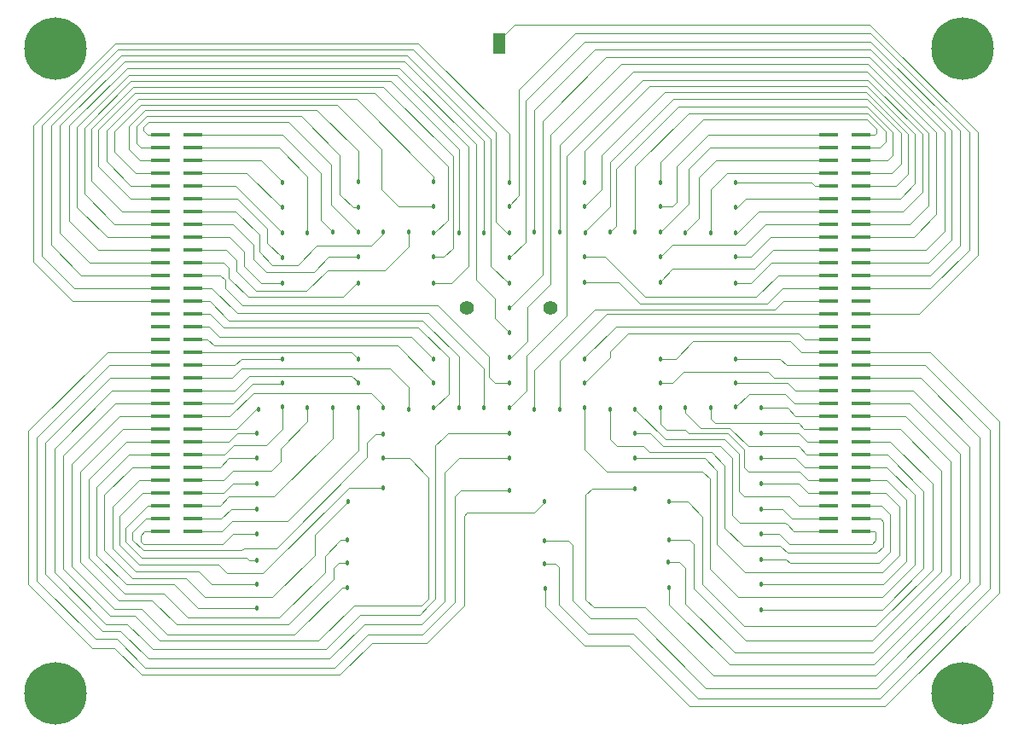
<source format=gbr>
G04 #@! TF.GenerationSoftware,KiCad,Pcbnew,6.0.2-378541a8eb~116~ubuntu21.10.1*
G04 #@! TF.CreationDate,2022-03-11T10:43:46-08:00*
G04 #@! TF.ProjectId,PD_ElectrodeBoard_v7,50445f45-6c65-4637-9472-6f6465426f61,6.2*
G04 #@! TF.SameCoordinates,Original*
G04 #@! TF.FileFunction,Copper,L2,Bot*
G04 #@! TF.FilePolarity,Positive*
%FSLAX46Y46*%
G04 Gerber Fmt 4.6, Leading zero omitted, Abs format (unit mm)*
G04 Created by KiCad (PCBNEW 6.0.2-378541a8eb~116~ubuntu21.10.1) date 2022-03-11 10:43:46*
%MOMM*%
%LPD*%
G01*
G04 APERTURE LIST*
G04 #@! TA.AperFunction,ComponentPad*
%ADD10C,6.200000*%
G04 #@! TD*
G04 #@! TA.AperFunction,SMDPad,CuDef*
%ADD11R,1.854200X0.457200*%
G04 #@! TD*
G04 #@! TA.AperFunction,SMDPad,CuDef*
%ADD12R,1.200000X2.000000*%
G04 #@! TD*
G04 #@! TA.AperFunction,ViaPad*
%ADD13C,0.457200*%
G04 #@! TD*
G04 #@! TA.AperFunction,ViaPad*
%ADD14C,1.400000*%
G04 #@! TD*
G04 #@! TA.AperFunction,Conductor*
%ADD15C,0.105000*%
G04 #@! TD*
G04 APERTURE END LIST*
D10*
X155000000Y-58750000D03*
X245000000Y-58750000D03*
X155000000Y-122750000D03*
X245000000Y-122750000D03*
D11*
X231712500Y-106685000D03*
X234887500Y-106685000D03*
X231712500Y-105415000D03*
X234887500Y-105415000D03*
X231712500Y-104145000D03*
X234887500Y-104145000D03*
X231712500Y-102875000D03*
X234887500Y-102875000D03*
X231712500Y-101605000D03*
X234887500Y-101605000D03*
X231712500Y-100335000D03*
X234887500Y-100335000D03*
X231712500Y-99065000D03*
X234887500Y-99065000D03*
X231712500Y-97795000D03*
X234887500Y-97795000D03*
X231712500Y-96525000D03*
X234887500Y-96525000D03*
X231712500Y-95255000D03*
X234887500Y-95255000D03*
X231712500Y-93985000D03*
X234887500Y-93985000D03*
X231712500Y-92715000D03*
X234887500Y-92715000D03*
X231712500Y-91445000D03*
X234887500Y-91445000D03*
X231712500Y-90175000D03*
X234887500Y-90175000D03*
X231712500Y-88905000D03*
X234887500Y-88905000D03*
X231712500Y-87635000D03*
X234887500Y-87635000D03*
X231712500Y-86365000D03*
X234887500Y-86365000D03*
X231712500Y-85095000D03*
X234887500Y-85095000D03*
X231712500Y-83825000D03*
X234887500Y-83825000D03*
X231712500Y-82555000D03*
X234887500Y-82555000D03*
X231712500Y-81285000D03*
X234887500Y-81285000D03*
X231712500Y-80015000D03*
X234887500Y-80015000D03*
X231712500Y-78745000D03*
X234887500Y-78745000D03*
X231712500Y-77475000D03*
X234887500Y-77475000D03*
X231712500Y-76205000D03*
X234887500Y-76205000D03*
X231712500Y-74935000D03*
X234887500Y-74935000D03*
X231712500Y-73665000D03*
X234887500Y-73665000D03*
X231712500Y-72395000D03*
X234887500Y-72395000D03*
X231712500Y-71125000D03*
X234887500Y-71125000D03*
X231712500Y-69855000D03*
X234887500Y-69855000D03*
X231712500Y-68585000D03*
X234887500Y-68585000D03*
X231712500Y-67315000D03*
X234887500Y-67315000D03*
X165412500Y-106685000D03*
X168587500Y-106685000D03*
X165412500Y-105415000D03*
X168587500Y-105415000D03*
X165412500Y-104145000D03*
X168587500Y-104145000D03*
X165412500Y-102875000D03*
X168587500Y-102875000D03*
X165412500Y-101605000D03*
X168587500Y-101605000D03*
X165412500Y-100335000D03*
X168587500Y-100335000D03*
X165412500Y-99065000D03*
X168587500Y-99065000D03*
X165412500Y-97795000D03*
X168587500Y-97795000D03*
X165412500Y-96525000D03*
X168587500Y-96525000D03*
X165412500Y-95255000D03*
X168587500Y-95255000D03*
X165412500Y-93985000D03*
X168587500Y-93985000D03*
X165412500Y-92715000D03*
X168587500Y-92715000D03*
X165412500Y-91445000D03*
X168587500Y-91445000D03*
X165412500Y-90175000D03*
X168587500Y-90175000D03*
X165412500Y-88905000D03*
X168587500Y-88905000D03*
X165412500Y-87635000D03*
X168587500Y-87635000D03*
X165412500Y-86365000D03*
X168587500Y-86365000D03*
X165412500Y-85095000D03*
X168587500Y-85095000D03*
X165412500Y-83825000D03*
X168587500Y-83825000D03*
X165412500Y-82555000D03*
X168587500Y-82555000D03*
X165412500Y-81285000D03*
X168587500Y-81285000D03*
X165412500Y-80015000D03*
X168587500Y-80015000D03*
X165412500Y-78745000D03*
X168587500Y-78745000D03*
X165412500Y-77475000D03*
X168587500Y-77475000D03*
X165412500Y-76205000D03*
X168587500Y-76205000D03*
X165412500Y-74935000D03*
X168587500Y-74935000D03*
X165412500Y-73665000D03*
X168587500Y-73665000D03*
X165412500Y-72395000D03*
X168587500Y-72395000D03*
X165412500Y-71125000D03*
X168587500Y-71125000D03*
X165412500Y-69855000D03*
X168587500Y-69855000D03*
X165412500Y-68585000D03*
X168587500Y-68585000D03*
X165412500Y-67315000D03*
X168587500Y-67315000D03*
D12*
X199000000Y-58250000D03*
D13*
X200000000Y-86950000D03*
D14*
X195800000Y-84550000D03*
X204100000Y-84550000D03*
D13*
X192500000Y-94450000D03*
X195000000Y-94450000D03*
X197500000Y-94450000D03*
X200000000Y-91950000D03*
X225000000Y-106950000D03*
X212500000Y-96950000D03*
X210000000Y-94550000D03*
X225000000Y-104450000D03*
X225000000Y-109450000D03*
X212500000Y-94550000D03*
X212500000Y-99450000D03*
X225000000Y-101950000D03*
X225000000Y-111950000D03*
X215000000Y-94450000D03*
X207500000Y-94450000D03*
X225000000Y-99450000D03*
X225000000Y-114450000D03*
X217500000Y-94450000D03*
X215900000Y-103750000D03*
X225000000Y-96950000D03*
X215900000Y-107550000D03*
X220000000Y-94450000D03*
X215800000Y-109750000D03*
X225000000Y-94450000D03*
X215900000Y-112250000D03*
X222500000Y-94350000D03*
X212500000Y-102450000D03*
X222500000Y-91950000D03*
X203500000Y-107650000D03*
X215000000Y-91950000D03*
X203500000Y-109950000D03*
X222500000Y-89550000D03*
X203600000Y-112350000D03*
X215000000Y-89550000D03*
X207500000Y-91950000D03*
X207500000Y-89550000D03*
X205000000Y-94550000D03*
X202500000Y-94550000D03*
X200000000Y-74450000D03*
X207500000Y-81950000D03*
X200000000Y-79550000D03*
X207500000Y-79450000D03*
X202500000Y-76950000D03*
X222500000Y-82050000D03*
X200000000Y-84550000D03*
X215000000Y-81950000D03*
X200000000Y-89450000D03*
X222500000Y-79450000D03*
X205000000Y-76950000D03*
X215000000Y-79450000D03*
X200000000Y-94450000D03*
X222500000Y-77050000D03*
X207500000Y-72050000D03*
X222500000Y-74550000D03*
X207500000Y-74450000D03*
X222500000Y-72050000D03*
X207600000Y-77050000D03*
X220000000Y-77050000D03*
X210000000Y-76950000D03*
X217500000Y-77050000D03*
X212500000Y-76950000D03*
X215000000Y-76950000D03*
X215000000Y-72050000D03*
X215000000Y-74450000D03*
X185000000Y-94450000D03*
X175000000Y-106950000D03*
X175000000Y-104450000D03*
X187500000Y-97050000D03*
X182500000Y-94450000D03*
X175000000Y-109550000D03*
X175000000Y-101950000D03*
X187500000Y-102350000D03*
X180000000Y-94450000D03*
X175000000Y-111950000D03*
X175000000Y-99450000D03*
X184000000Y-103750000D03*
X177500000Y-94350000D03*
X175000000Y-114350000D03*
X175000000Y-96950000D03*
X183900000Y-107550000D03*
X175100000Y-94550000D03*
X183900000Y-109850000D03*
X187500000Y-94450000D03*
X183900000Y-112250000D03*
X177500000Y-91950000D03*
X187500000Y-99450000D03*
X185000000Y-91950000D03*
X200000000Y-96950000D03*
X190000000Y-94550000D03*
X200000000Y-99450000D03*
X177500000Y-89550000D03*
X200000000Y-102650000D03*
X185000000Y-89550000D03*
X203500000Y-103750000D03*
X192500000Y-91950000D03*
X192500000Y-89550000D03*
X200000000Y-72050000D03*
X200000000Y-77050000D03*
X200000000Y-82050000D03*
X185000000Y-82050000D03*
X197500000Y-77050000D03*
X190000000Y-76950000D03*
X177500000Y-82050000D03*
X192500000Y-82050000D03*
X185000000Y-79450000D03*
X195000000Y-77050000D03*
X187500000Y-76950000D03*
X192500000Y-79450000D03*
X177500000Y-79550000D03*
X192500000Y-77050000D03*
X177500000Y-77050000D03*
X192500000Y-71950000D03*
X177500000Y-74550000D03*
X192500000Y-74450000D03*
X177500000Y-72050000D03*
X185000000Y-71950000D03*
X180000000Y-77050000D03*
X185000000Y-74550000D03*
X182500000Y-76950000D03*
X185000000Y-76950000D03*
D15*
X234887500Y-77475000D02*
X240135000Y-77475000D01*
X240135000Y-77475000D02*
X242380000Y-75230000D01*
X242380000Y-75230000D02*
X242380000Y-67080000D01*
X242380000Y-67080000D02*
X235625000Y-60325000D01*
X235625000Y-60325000D02*
X211125000Y-60325000D01*
X211125000Y-60325000D02*
X204100000Y-67350000D01*
X204100000Y-67350000D02*
X204100000Y-82150000D01*
X204100000Y-82150000D02*
X201800000Y-84450000D01*
X201800000Y-84450000D02*
X201800000Y-87850000D01*
X201800000Y-87850000D02*
X200200000Y-89450000D01*
X200200000Y-89450000D02*
X200000000Y-89450000D01*
X165412500Y-78745000D02*
X159195000Y-78745000D01*
X159195000Y-78745000D02*
X156330000Y-75880000D01*
X156330000Y-66420000D02*
X162070000Y-60680000D01*
X156330000Y-75880000D02*
X156330000Y-66420000D01*
X162070000Y-60680000D02*
X189126306Y-60680000D01*
X189126306Y-60680000D02*
X196700000Y-68253694D01*
X196700000Y-68253694D02*
X196700000Y-81700000D01*
X196700000Y-81700000D02*
X198600000Y-83600000D01*
X198600000Y-83600000D02*
X198600000Y-85550000D01*
X198600000Y-85550000D02*
X200000000Y-86950000D01*
X191000000Y-86450000D02*
X194000000Y-89450000D01*
X192600000Y-94450000D02*
X192500000Y-94450000D01*
X171700000Y-86450000D02*
X191000000Y-86450000D01*
X194000000Y-93050000D02*
X192600000Y-94450000D01*
X194000000Y-89450000D02*
X194000000Y-93050000D01*
X168587500Y-85095000D02*
X170345000Y-85095000D01*
X170345000Y-85095000D02*
X171700000Y-86450000D01*
X195000000Y-89350000D02*
X195000000Y-94450000D01*
X168587500Y-83825000D02*
X170275000Y-83825000D01*
X172200000Y-85750000D02*
X191400000Y-85750000D01*
X170275000Y-83825000D02*
X172200000Y-85750000D01*
X191400000Y-85750000D02*
X195000000Y-89350000D01*
X168587500Y-82555000D02*
X170505000Y-82555000D01*
X197500000Y-90550000D02*
X197500000Y-94450000D01*
X170505000Y-82555000D02*
X173000000Y-85050000D01*
X173000000Y-85050000D02*
X192000000Y-85050000D01*
X192000000Y-85050000D02*
X197500000Y-90550000D01*
X198600000Y-91950000D02*
X200000000Y-91950000D01*
X171335000Y-81285000D02*
X171800000Y-81750000D01*
X168587500Y-81285000D02*
X171335000Y-81285000D01*
X198000000Y-89350000D02*
X198000000Y-91350000D01*
X171800000Y-82550000D02*
X173500000Y-84250000D01*
X173500000Y-84250000D02*
X192900000Y-84250000D01*
X171800000Y-81750000D02*
X171800000Y-82550000D01*
X198000000Y-91350000D02*
X198600000Y-91950000D01*
X192900000Y-84250000D02*
X198000000Y-89350000D01*
X236380000Y-106780000D02*
X236380000Y-107580000D01*
X226800000Y-106950000D02*
X225000000Y-106950000D01*
X236380000Y-107580000D02*
X235980000Y-107980000D01*
X235980000Y-107980000D02*
X227830000Y-107980000D01*
X227830000Y-107980000D02*
X226800000Y-106950000D01*
X236285000Y-106685000D02*
X236380000Y-106780000D01*
X234887500Y-106685000D02*
X236285000Y-106685000D01*
X227400000Y-105850000D02*
X224600000Y-105850000D01*
X220900000Y-98250000D02*
X215300000Y-98250000D01*
X222100000Y-99450000D02*
X220900000Y-98250000D01*
X228235000Y-106685000D02*
X227600000Y-106050000D01*
X224600000Y-105850000D02*
X222900000Y-105850000D01*
X214000000Y-96950000D02*
X212500000Y-96950000D01*
X215300000Y-98250000D02*
X214000000Y-96950000D01*
X231712500Y-106685000D02*
X228235000Y-106685000D01*
X222100000Y-105050000D02*
X222100000Y-99450000D01*
X227600000Y-106050000D02*
X227400000Y-105850000D01*
X222900000Y-105850000D02*
X222100000Y-105050000D01*
X226900000Y-108150000D02*
X223200000Y-108150000D01*
X237130000Y-105730000D02*
X237130000Y-108180000D01*
X210000000Y-97550000D02*
X210000000Y-94550000D01*
X213900000Y-98850000D02*
X213300000Y-98250000D01*
X210700000Y-98250000D02*
X210000000Y-97550000D01*
X221400000Y-106350000D02*
X221400000Y-100150000D01*
X220100000Y-98850000D02*
X213900000Y-98850000D01*
X213300000Y-98250000D02*
X210700000Y-98250000D01*
X223200000Y-108150000D02*
X221400000Y-106350000D01*
X236815000Y-105415000D02*
X237130000Y-105730000D01*
X234887500Y-105415000D02*
X236815000Y-105415000D01*
X237130000Y-108180000D02*
X236460000Y-108850000D01*
X236460000Y-108850000D02*
X227600000Y-108850000D01*
X221400000Y-100150000D02*
X220100000Y-98850000D01*
X227600000Y-108850000D02*
X226900000Y-108150000D01*
X227100000Y-104450000D02*
X225000000Y-104450000D01*
X231712500Y-105415000D02*
X228065000Y-105415000D01*
X228065000Y-105415000D02*
X227100000Y-104450000D01*
X234887500Y-104145000D02*
X236945000Y-104145000D01*
X227900000Y-109850000D02*
X227500000Y-109450000D01*
X236945000Y-104145000D02*
X237830000Y-105030000D01*
X237830000Y-105030000D02*
X237830000Y-108730000D01*
X237830000Y-108730000D02*
X236710000Y-109850000D01*
X227500000Y-109450000D02*
X225000000Y-109450000D01*
X236710000Y-109850000D02*
X227900000Y-109850000D01*
X221400000Y-97550000D02*
X215500000Y-97550000D01*
X231712500Y-104145000D02*
X228695000Y-104145000D01*
X223300000Y-103250000D02*
X222800000Y-102750000D01*
X222800000Y-102750000D02*
X222800000Y-98950000D01*
X222800000Y-98950000D02*
X221400000Y-97550000D01*
X215500000Y-97550000D02*
X212500000Y-94550000D01*
X227800000Y-103250000D02*
X223300000Y-103250000D01*
X228695000Y-104145000D02*
X227800000Y-103250000D01*
X220600000Y-107950000D02*
X220600000Y-100650000D01*
X238680000Y-109080000D02*
X237010000Y-110750000D01*
X220600000Y-100650000D02*
X219400000Y-99450000D01*
X219400000Y-99450000D02*
X212500000Y-99450000D01*
X238680000Y-104230000D02*
X238680000Y-109080000D01*
X237010000Y-110750000D02*
X223400000Y-110750000D01*
X234887500Y-102875000D02*
X237325000Y-102875000D01*
X237325000Y-102875000D02*
X238680000Y-104230000D01*
X223400000Y-110750000D02*
X220600000Y-107950000D01*
X231712500Y-102875000D02*
X229625000Y-102875000D01*
X229625000Y-102875000D02*
X228700000Y-101950000D01*
X228700000Y-101950000D02*
X225000000Y-101950000D01*
X237455000Y-101605000D02*
X239430000Y-103580000D01*
X234887500Y-101605000D02*
X237455000Y-101605000D01*
X239430000Y-103580000D02*
X239430000Y-109630000D01*
X239430000Y-109630000D02*
X237110000Y-111950000D01*
X237110000Y-111950000D02*
X225000000Y-111950000D01*
X217500000Y-96650000D02*
X215600000Y-96650000D01*
X223300000Y-100350000D02*
X223300000Y-98550000D01*
X221700000Y-96950000D02*
X217800000Y-96950000D01*
X215600000Y-96650000D02*
X215000000Y-96050000D01*
X223300000Y-98550000D02*
X221700000Y-96950000D01*
X231712500Y-101605000D02*
X229655000Y-101605000D01*
X223700000Y-100750000D02*
X223300000Y-100350000D01*
X228800000Y-100750000D02*
X223700000Y-100750000D01*
X217800000Y-96950000D02*
X217500000Y-96650000D01*
X229655000Y-101605000D02*
X228800000Y-100750000D01*
X215000000Y-96050000D02*
X215000000Y-94450000D01*
X207500000Y-98550000D02*
X207500000Y-94450000D01*
X237000000Y-113250000D02*
X222700000Y-113250000D01*
X209700000Y-100750000D02*
X207500000Y-98550000D01*
X234887500Y-100335000D02*
X237485000Y-100335000D01*
X219900000Y-101450000D02*
X219200000Y-100750000D01*
X222700000Y-113250000D02*
X219900000Y-110450000D01*
X219200000Y-100750000D02*
X209700000Y-100750000D01*
X240230000Y-110020000D02*
X237000000Y-113250000D01*
X219900000Y-110450000D02*
X219900000Y-101450000D01*
X237485000Y-100335000D02*
X240230000Y-103080000D01*
X240230000Y-103080000D02*
X240230000Y-110020000D01*
X231712500Y-100335000D02*
X229285000Y-100335000D01*
X228400000Y-99450000D02*
X225000000Y-99450000D01*
X229285000Y-100335000D02*
X228400000Y-99450000D01*
X236400000Y-114450000D02*
X225000000Y-114450000D01*
X237000000Y-114450000D02*
X241130000Y-110320000D01*
X237515000Y-99065000D02*
X234887500Y-99065000D01*
X241130000Y-102680000D02*
X237515000Y-99065000D01*
X236400000Y-114450000D02*
X237000000Y-114450000D01*
X241130000Y-110320000D02*
X241130000Y-102680000D01*
X229515000Y-99065000D02*
X228700000Y-98250000D01*
X228700000Y-98250000D02*
X223700000Y-98250000D01*
X217500000Y-94950000D02*
X217500000Y-94450000D01*
X219000000Y-96450000D02*
X217500000Y-94950000D01*
X221900000Y-96450000D02*
X219000000Y-96450000D01*
X223700000Y-98250000D02*
X221900000Y-96450000D01*
X231712500Y-99065000D02*
X229515000Y-99065000D01*
X241980000Y-101980000D02*
X241980000Y-110470000D01*
X217700000Y-103750000D02*
X215900000Y-103750000D01*
X241980000Y-110470000D02*
X236370000Y-116080000D01*
X219200000Y-105250000D02*
X217700000Y-103750000D01*
X234887500Y-97795000D02*
X237795000Y-97795000D01*
X236370000Y-116080000D02*
X223330000Y-116080000D01*
X219200000Y-111950000D02*
X219200000Y-105250000D01*
X237795000Y-97795000D02*
X241980000Y-101980000D01*
X223330000Y-116080000D02*
X219200000Y-111950000D01*
X228700000Y-96950000D02*
X225000000Y-96950000D01*
X231712500Y-97795000D02*
X229545000Y-97795000D01*
X229545000Y-97795000D02*
X228700000Y-96950000D01*
X236000000Y-117550000D02*
X223500000Y-117550000D01*
X238800000Y-96550000D02*
X242900000Y-100650000D01*
X223500000Y-117550000D02*
X218300000Y-112350000D01*
X217900000Y-107550000D02*
X215900000Y-107550000D01*
X218300000Y-112350000D02*
X218300000Y-107950000D01*
X242900000Y-100650000D02*
X242900000Y-110650000D01*
X242900000Y-110650000D02*
X236000000Y-117550000D01*
X218300000Y-107950000D02*
X217900000Y-107550000D01*
X234850000Y-96550000D02*
X238800000Y-96550000D01*
X229275000Y-96525000D02*
X228700000Y-95950000D01*
X228700000Y-95950000D02*
X220400000Y-95950000D01*
X231712500Y-96525000D02*
X229275000Y-96525000D01*
X220000000Y-95550000D02*
X220000000Y-94450000D01*
X220400000Y-95950000D02*
X220000000Y-95550000D01*
X216900000Y-109750000D02*
X215800000Y-109750000D01*
X217500000Y-110350000D02*
X216900000Y-109750000D01*
X239305000Y-95255000D02*
X243800000Y-99750000D01*
X234887500Y-95255000D02*
X239305000Y-95255000D01*
X217500000Y-113850000D02*
X217500000Y-110350000D01*
X243800000Y-111050000D02*
X236100000Y-118750000D01*
X243800000Y-99750000D02*
X243800000Y-111050000D01*
X236100000Y-118750000D02*
X222400000Y-118750000D01*
X222400000Y-118750000D02*
X217500000Y-113850000D01*
X228405000Y-95255000D02*
X227600000Y-94450000D01*
X231712500Y-95255000D02*
X228405000Y-95255000D01*
X227600000Y-94450000D02*
X225000000Y-94450000D01*
X236150000Y-119900000D02*
X221850000Y-119900000D01*
X221850000Y-119900000D02*
X215900000Y-113950000D01*
X244700000Y-111350000D02*
X236150000Y-119900000D01*
X244700000Y-98960000D02*
X244700000Y-111350000D01*
X239725000Y-93985000D02*
X244700000Y-98960000D01*
X215900000Y-113950000D02*
X215900000Y-112250000D01*
X234887500Y-93985000D02*
X239725000Y-93985000D01*
X231712500Y-93985000D02*
X228335000Y-93985000D01*
X228335000Y-93985000D02*
X227400000Y-93050000D01*
X227400000Y-93050000D02*
X223800000Y-93050000D01*
X223800000Y-93050000D02*
X222500000Y-94350000D01*
X207600000Y-113450000D02*
X207600000Y-103050000D01*
X245700000Y-98300000D02*
X245700000Y-111650000D01*
X213500000Y-114250000D02*
X208400000Y-114250000D01*
X234887500Y-92715000D02*
X240115000Y-92715000D01*
X207600000Y-103050000D02*
X208200000Y-102450000D01*
X208200000Y-102450000D02*
X212500000Y-102450000D01*
X240115000Y-92715000D02*
X245700000Y-98300000D01*
X220290000Y-121040000D02*
X213500000Y-114250000D01*
X208400000Y-114250000D02*
X207600000Y-113450000D01*
X245700000Y-111650000D02*
X236310000Y-121040000D01*
X236310000Y-121040000D02*
X220290000Y-121040000D01*
X228365000Y-92715000D02*
X227600000Y-91950000D01*
X231712500Y-92715000D02*
X228365000Y-92715000D01*
X227600000Y-91950000D02*
X222500000Y-91950000D01*
X234100000Y-122250000D02*
X219500000Y-122250000D01*
X212600000Y-115350000D02*
X208100000Y-115350000D01*
X206300000Y-113550000D02*
X206300000Y-108050000D01*
X206300000Y-108050000D02*
X205900000Y-107650000D01*
X246700000Y-97350000D02*
X246700000Y-111950000D01*
X234887500Y-91445000D02*
X240795000Y-91445000D01*
X219500000Y-122250000D02*
X212600000Y-115350000D01*
X246700000Y-111950000D02*
X236400000Y-122250000D01*
X236400000Y-122250000D02*
X234100000Y-122250000D01*
X205900000Y-107650000D02*
X203500000Y-107650000D01*
X240795000Y-91445000D02*
X246700000Y-97350000D01*
X208100000Y-115350000D02*
X206300000Y-113550000D01*
X231712500Y-91445000D02*
X226295000Y-91445000D01*
X225700000Y-90850000D02*
X217300000Y-90850000D01*
X217300000Y-90850000D02*
X216200000Y-91950000D01*
X216200000Y-91950000D02*
X215000000Y-91950000D01*
X226295000Y-91445000D02*
X225700000Y-90850000D01*
X207800000Y-116850000D02*
X204900000Y-113950000D01*
X218700000Y-123250000D02*
X212300000Y-116850000D01*
X247700000Y-96650000D02*
X247700000Y-112350000D01*
X234887500Y-90175000D02*
X241225000Y-90175000D01*
X204900000Y-113950000D02*
X204900000Y-110250000D01*
X204600000Y-109950000D02*
X203500000Y-109950000D01*
X232500000Y-123250000D02*
X218700000Y-123250000D01*
X247700000Y-112350000D02*
X236800000Y-123250000D01*
X212300000Y-116850000D02*
X207800000Y-116850000D01*
X204900000Y-110250000D02*
X204600000Y-109950000D01*
X241225000Y-90175000D02*
X247700000Y-96650000D01*
X236800000Y-123250000D02*
X232500000Y-123250000D01*
X226900000Y-89550000D02*
X222500000Y-89550000D01*
X227525000Y-90175000D02*
X226900000Y-89550000D01*
X231712500Y-90175000D02*
X227525000Y-90175000D01*
X241755000Y-88905000D02*
X248600000Y-95750000D01*
X234887500Y-88905000D02*
X241755000Y-88905000D01*
X207500000Y-118050000D02*
X203600000Y-114150000D01*
X217900000Y-124050000D02*
X211900000Y-118050000D01*
X237300000Y-124050000D02*
X217900000Y-124050000D01*
X211900000Y-118050000D02*
X207500000Y-118050000D01*
X203600000Y-114150000D02*
X203600000Y-112350000D01*
X248600000Y-112750000D02*
X237300000Y-124050000D01*
X248600000Y-95750000D02*
X248600000Y-112750000D01*
X231712500Y-88905000D02*
X228955000Y-88905000D01*
X228955000Y-88905000D02*
X227900000Y-87850000D01*
X227900000Y-87850000D02*
X218200000Y-87850000D01*
X216500000Y-89550000D02*
X215000000Y-89550000D01*
X218200000Y-87850000D02*
X216500000Y-89550000D01*
X210000000Y-89450000D02*
X207500000Y-91950000D01*
X210000000Y-88850000D02*
X210000000Y-89450000D01*
X229285000Y-87635000D02*
X228700000Y-87050000D01*
X211800000Y-87050000D02*
X210000000Y-88850000D01*
X231712500Y-87635000D02*
X229285000Y-87635000D01*
X228700000Y-87050000D02*
X211800000Y-87050000D01*
X210585000Y-86365000D02*
X207500000Y-89450000D01*
X231712500Y-86365000D02*
X210585000Y-86365000D01*
X207500000Y-89450000D02*
X207500000Y-89550000D01*
X246480000Y-79280000D02*
X246480000Y-67080000D01*
X200570000Y-56380000D02*
X199050000Y-57900000D01*
X234887500Y-85095000D02*
X240665000Y-85095000D01*
X240665000Y-85095000D02*
X246480000Y-79280000D01*
X199050000Y-57900000D02*
X199050000Y-58300000D01*
X246480000Y-67080000D02*
X235780000Y-56380000D01*
X235780000Y-56380000D02*
X200570000Y-56380000D01*
X209655000Y-85095000D02*
X205000000Y-89750000D01*
X231712500Y-85095000D02*
X209655000Y-85095000D01*
X205000000Y-89750000D02*
X205000000Y-94550000D01*
X226400000Y-84650000D02*
X208500000Y-84650000D01*
X231712500Y-83825000D02*
X227225000Y-83825000D01*
X227225000Y-83825000D02*
X226400000Y-84650000D01*
X208500000Y-84650000D02*
X202500000Y-90650000D01*
X202500000Y-90650000D02*
X202500000Y-94550000D01*
X206570000Y-57280000D02*
X201000000Y-62850000D01*
X201000000Y-73350000D02*
X200000000Y-74350000D01*
X201000000Y-62850000D02*
X201000000Y-73350000D01*
X200000000Y-74350000D02*
X200000000Y-74450000D01*
X235830000Y-57280000D02*
X206570000Y-57280000D01*
X245630000Y-67080000D02*
X235830000Y-57280000D01*
X241805000Y-82555000D02*
X245630000Y-78730000D01*
X234887500Y-82555000D02*
X241805000Y-82555000D01*
X245630000Y-78730000D02*
X245630000Y-67080000D01*
X213000000Y-84050000D02*
X210900000Y-81950000D01*
X210900000Y-81950000D02*
X207500000Y-81950000D01*
X231712500Y-82555000D02*
X227095000Y-82555000D01*
X225600000Y-84050000D02*
X213000000Y-84050000D01*
X227095000Y-82555000D02*
X225600000Y-84050000D01*
X235880000Y-58080000D02*
X207470000Y-58080000D01*
X207470000Y-58080000D02*
X201600000Y-63950000D01*
X201600000Y-77950000D02*
X200000000Y-79550000D01*
X244730000Y-78330000D02*
X244730000Y-66930000D01*
X244730000Y-66930000D02*
X235880000Y-58080000D01*
X201600000Y-63950000D02*
X201600000Y-77950000D01*
X234887500Y-81285000D02*
X241775000Y-81285000D01*
X241775000Y-81285000D02*
X244730000Y-78330000D01*
X213500000Y-83450000D02*
X209500000Y-79450000D01*
X231712500Y-81285000D02*
X226665000Y-81285000D01*
X209500000Y-79450000D02*
X207500000Y-79450000D01*
X224500000Y-83450000D02*
X213500000Y-83450000D01*
X226665000Y-81285000D02*
X224500000Y-83450000D01*
X243880000Y-77730000D02*
X243880000Y-66880000D01*
X234887500Y-80015000D02*
X241595000Y-80015000D01*
X202500000Y-64850000D02*
X202500000Y-76950000D01*
X208470000Y-58880000D02*
X202500000Y-64850000D01*
X235880000Y-58880000D02*
X208470000Y-58880000D01*
X243880000Y-66880000D02*
X235880000Y-58880000D01*
X241595000Y-80015000D02*
X243880000Y-77730000D01*
X226035000Y-80015000D02*
X224000000Y-82050000D01*
X231712500Y-80015000D02*
X226035000Y-80015000D01*
X224000000Y-82050000D02*
X222500000Y-82050000D01*
X241315000Y-78745000D02*
X243180000Y-76880000D01*
X203300000Y-65950000D02*
X203300000Y-81250000D01*
X209620000Y-59630000D02*
X203300000Y-65950000D01*
X235730000Y-59630000D02*
X209620000Y-59630000D01*
X203300000Y-81250000D02*
X200000000Y-84550000D01*
X243180000Y-67080000D02*
X235730000Y-59630000D01*
X234887500Y-78745000D02*
X241315000Y-78745000D01*
X243180000Y-76880000D02*
X243180000Y-67080000D01*
X231712500Y-78745000D02*
X226205000Y-78745000D01*
X215000000Y-81850000D02*
X215000000Y-81950000D01*
X226205000Y-78745000D02*
X224300000Y-80650000D01*
X216200000Y-80650000D02*
X215000000Y-81850000D01*
X224300000Y-80650000D02*
X216200000Y-80650000D01*
X231712500Y-77475000D02*
X225975000Y-77475000D01*
X225975000Y-77475000D02*
X224000000Y-79450000D01*
X224000000Y-79450000D02*
X222500000Y-79450000D01*
X212320000Y-61030000D02*
X208600000Y-64750000D01*
X205000000Y-76150000D02*
X205000000Y-76950000D01*
X241630000Y-67130000D02*
X235530000Y-61030000D01*
X241630000Y-74330000D02*
X241630000Y-67130000D01*
X239755000Y-76205000D02*
X241630000Y-74330000D01*
X205000000Y-68350000D02*
X205000000Y-76150000D01*
X208600000Y-64750000D02*
X205000000Y-68350000D01*
X235530000Y-61030000D02*
X212320000Y-61030000D01*
X234887500Y-76205000D02*
X239755000Y-76205000D01*
X225445000Y-76205000D02*
X223400000Y-78250000D01*
X216200000Y-78250000D02*
X215000000Y-79450000D01*
X223400000Y-78250000D02*
X216200000Y-78250000D01*
X231712500Y-76205000D02*
X225445000Y-76205000D01*
X235575000Y-61875000D02*
X213275000Y-61875000D01*
X239075000Y-74935000D02*
X240980000Y-73030000D01*
X234887500Y-74935000D02*
X239075000Y-74935000D01*
X205700000Y-85250000D02*
X201700000Y-89250000D01*
X201700000Y-92750000D02*
X200000000Y-94450000D01*
X240980000Y-73030000D02*
X240980000Y-67280000D01*
X205700000Y-69450000D02*
X205700000Y-85250000D01*
X213275000Y-61875000D02*
X205700000Y-69450000D01*
X201700000Y-89250000D02*
X201700000Y-92750000D01*
X240980000Y-67280000D02*
X235575000Y-61875000D01*
X222600000Y-77050000D02*
X222500000Y-77050000D01*
X231712500Y-74935000D02*
X224715000Y-74935000D01*
X224715000Y-74935000D02*
X222600000Y-77050000D01*
X238795000Y-73665000D02*
X240280000Y-72180000D01*
X240280000Y-67280000D02*
X235525000Y-62525000D01*
X213925000Y-62525000D02*
X207500000Y-68950000D01*
X240280000Y-72180000D02*
X240280000Y-67280000D01*
X207500000Y-68950000D02*
X207500000Y-72050000D01*
X235525000Y-62525000D02*
X213925000Y-62525000D01*
X234887500Y-73665000D02*
X238795000Y-73665000D01*
X231712500Y-73665000D02*
X223485000Y-73665000D01*
X223485000Y-73665000D02*
X222600000Y-74550000D01*
X222600000Y-74550000D02*
X222500000Y-74550000D01*
X209200000Y-69350000D02*
X209200000Y-72750000D01*
X239580000Y-67280000D02*
X235430000Y-63130000D01*
X235430000Y-63130000D02*
X215420000Y-63130000D01*
X238365000Y-72395000D02*
X239580000Y-71180000D01*
X209200000Y-72750000D02*
X207500000Y-74450000D01*
X239580000Y-71180000D02*
X239580000Y-67280000D01*
X215420000Y-63130000D02*
X209200000Y-69350000D01*
X234887500Y-72395000D02*
X238365000Y-72395000D01*
X230000000Y-72050000D02*
X222500000Y-72050000D01*
X231712500Y-72395000D02*
X230345000Y-72395000D01*
X230345000Y-72395000D02*
X230000000Y-72050000D01*
X238880000Y-67180000D02*
X235480000Y-63780000D01*
X207600000Y-76850000D02*
X207600000Y-77050000D01*
X238880000Y-70180000D02*
X238880000Y-67180000D01*
X235480000Y-63780000D02*
X216270000Y-63780000D01*
X210000000Y-74450000D02*
X207600000Y-76850000D01*
X216270000Y-63780000D02*
X210000000Y-70050000D01*
X234887500Y-71125000D02*
X237935000Y-71125000D01*
X210000000Y-70050000D02*
X210000000Y-74450000D01*
X237935000Y-71125000D02*
X238880000Y-70180000D01*
X231712500Y-71125000D02*
X221625000Y-71125000D01*
X220000000Y-72750000D02*
X220000000Y-77050000D01*
X221625000Y-71125000D02*
X220000000Y-72750000D01*
X210600000Y-70750000D02*
X210600000Y-76350000D01*
X216820000Y-64530000D02*
X210600000Y-70750000D01*
X238080000Y-67080000D02*
X235530000Y-64530000D01*
X210600000Y-76350000D02*
X210000000Y-76950000D01*
X234887500Y-69855000D02*
X237555000Y-69855000D01*
X235530000Y-64530000D02*
X216820000Y-64530000D01*
X238080000Y-69330000D02*
X238080000Y-67080000D01*
X237555000Y-69855000D02*
X238080000Y-69330000D01*
X217500000Y-76950000D02*
X217500000Y-77050000D01*
X220495000Y-69855000D02*
X218800000Y-71550000D01*
X218800000Y-71550000D02*
X218800000Y-75650000D01*
X231712500Y-69855000D02*
X220495000Y-69855000D01*
X218800000Y-75650000D02*
X217500000Y-76950000D01*
X237380000Y-66980000D02*
X235580000Y-65180000D01*
X234887500Y-68585000D02*
X236775000Y-68585000D01*
X236775000Y-68585000D02*
X237380000Y-67980000D01*
X217770000Y-65180000D02*
X212500000Y-70450000D01*
X212500000Y-70450000D02*
X212500000Y-76950000D01*
X237380000Y-67980000D02*
X237380000Y-66980000D01*
X235580000Y-65180000D02*
X217770000Y-65180000D01*
X219965000Y-68585000D02*
X217800000Y-70750000D01*
X231712500Y-68585000D02*
X219965000Y-68585000D01*
X217800000Y-74150000D02*
X215000000Y-76950000D01*
X217800000Y-70750000D02*
X217800000Y-74150000D01*
X215000000Y-70050000D02*
X215000000Y-72050000D01*
X235530000Y-65830000D02*
X219220000Y-65830000D01*
X234887500Y-67315000D02*
X236245000Y-67315000D01*
X236400000Y-67160000D02*
X236400000Y-66700000D01*
X236245000Y-67315000D02*
X236400000Y-67160000D01*
X236400000Y-66700000D02*
X235530000Y-65830000D01*
X219220000Y-65830000D02*
X215000000Y-70050000D01*
X216200000Y-74450000D02*
X215000000Y-74450000D01*
X216600000Y-70450000D02*
X216600000Y-74050000D01*
X219735000Y-67315000D02*
X216600000Y-70450000D01*
X216600000Y-74050000D02*
X216200000Y-74450000D01*
X231712500Y-67315000D02*
X219735000Y-67315000D01*
X178000000Y-105650000D02*
X185000000Y-98650000D01*
X172500000Y-105650000D02*
X178000000Y-105650000D01*
X171465000Y-106685000D02*
X172500000Y-105650000D01*
X185000000Y-98650000D02*
X185000000Y-94450000D01*
X168587500Y-106685000D02*
X171465000Y-106685000D01*
X163825000Y-106685000D02*
X163430000Y-107080000D01*
X172600000Y-106950000D02*
X175000000Y-106950000D01*
X165412500Y-106685000D02*
X163825000Y-106685000D01*
X163730000Y-107980000D02*
X171570000Y-107980000D01*
X171570000Y-107980000D02*
X172600000Y-106950000D01*
X163430000Y-107080000D02*
X163430000Y-107680000D01*
X163430000Y-107680000D02*
X163730000Y-107980000D01*
X172400000Y-104450000D02*
X175000000Y-104450000D01*
X168587500Y-105415000D02*
X171435000Y-105415000D01*
X171435000Y-105415000D02*
X172400000Y-104450000D01*
X176900000Y-108350000D02*
X185900000Y-99350000D01*
X173700000Y-108350000D02*
X176900000Y-108350000D01*
X165412500Y-105415000D02*
X163995000Y-105415000D01*
X186700000Y-97050000D02*
X187500000Y-97050000D01*
X163995000Y-105415000D02*
X162630000Y-106780000D01*
X162630000Y-107500000D02*
X163710000Y-108580000D01*
X185900000Y-99350000D02*
X185900000Y-97850000D01*
X185900000Y-97850000D02*
X186700000Y-97050000D01*
X173470000Y-108580000D02*
X173700000Y-108350000D01*
X163710000Y-108580000D02*
X173470000Y-108580000D01*
X162630000Y-106780000D02*
X162630000Y-107500000D01*
X171305000Y-104145000D02*
X172200000Y-103250000D01*
X168587500Y-104145000D02*
X171305000Y-104145000D01*
X172200000Y-103250000D02*
X176700000Y-103250000D01*
X176700000Y-103250000D02*
X182500000Y-97450000D01*
X182500000Y-97450000D02*
X182500000Y-94450000D01*
X161930000Y-106380000D02*
X161930000Y-107690000D01*
X165412500Y-104145000D02*
X164165000Y-104145000D01*
X174200000Y-109550000D02*
X175000000Y-109550000D01*
X173930000Y-109280000D02*
X174200000Y-109550000D01*
X161930000Y-107690000D02*
X163520000Y-109280000D01*
X163520000Y-109280000D02*
X173930000Y-109280000D01*
X164165000Y-104145000D02*
X161930000Y-106380000D01*
X172600000Y-101950000D02*
X175000000Y-101950000D01*
X171675000Y-102875000D02*
X172600000Y-101950000D01*
X168587500Y-102875000D02*
X171675000Y-102875000D01*
X163270000Y-109980000D02*
X171130000Y-109980000D01*
X165412500Y-102875000D02*
X163635000Y-102875000D01*
X184100000Y-102350000D02*
X187500000Y-102350000D01*
X175600000Y-110850000D02*
X184100000Y-102350000D01*
X171130000Y-109980000D02*
X172000000Y-110850000D01*
X163635000Y-102875000D02*
X161330000Y-105180000D01*
X161330000Y-108040000D02*
X163270000Y-109980000D01*
X172000000Y-110850000D02*
X175600000Y-110850000D01*
X161330000Y-105180000D02*
X161330000Y-108040000D01*
X177300000Y-99750000D02*
X177300000Y-98450000D01*
X176400000Y-100650000D02*
X177300000Y-99750000D01*
X168587500Y-101605000D02*
X171645000Y-101605000D01*
X180000000Y-95750000D02*
X180000000Y-94450000D01*
X171645000Y-101605000D02*
X172600000Y-100650000D01*
X172600000Y-100650000D02*
X176400000Y-100650000D01*
X177300000Y-98450000D02*
X180000000Y-95750000D01*
X169230000Y-110680000D02*
X170500000Y-111950000D01*
X160630000Y-108350000D02*
X162960000Y-110680000D01*
X163285000Y-101605000D02*
X160630000Y-104260000D01*
X162960000Y-110680000D02*
X169230000Y-110680000D01*
X170500000Y-111950000D02*
X175000000Y-111950000D01*
X165412500Y-101605000D02*
X163285000Y-101605000D01*
X160630000Y-104260000D02*
X160630000Y-108350000D01*
X172200000Y-99450000D02*
X175000000Y-99450000D01*
X168587500Y-100335000D02*
X171315000Y-100335000D01*
X171315000Y-100335000D02*
X172200000Y-99450000D01*
X162620000Y-111380000D02*
X167930000Y-111380000D01*
X159830000Y-103080000D02*
X159830000Y-108590000D01*
X167930000Y-111380000D02*
X169800000Y-113250000D01*
X180700000Y-109050000D02*
X180700000Y-107050000D01*
X169800000Y-113250000D02*
X176500000Y-113250000D01*
X159830000Y-108590000D02*
X162620000Y-111380000D01*
X165412500Y-100335000D02*
X162575000Y-100335000D01*
X180700000Y-107050000D02*
X184000000Y-103750000D01*
X176500000Y-113250000D02*
X180700000Y-109050000D01*
X162575000Y-100335000D02*
X159830000Y-103080000D01*
X175900000Y-98150000D02*
X177500000Y-96550000D01*
X171785000Y-99065000D02*
X172700000Y-98150000D01*
X177500000Y-96550000D02*
X177500000Y-94350000D01*
X168587500Y-99065000D02*
X171785000Y-99065000D01*
X172700000Y-98150000D02*
X175900000Y-98150000D01*
X166730000Y-111980000D02*
X169100000Y-114350000D01*
X165412500Y-99065000D02*
X162275000Y-99065000D01*
X162275000Y-99065000D02*
X159030000Y-102310000D01*
X159030000Y-109040000D02*
X161970000Y-111980000D01*
X169100000Y-114350000D02*
X175000000Y-114350000D01*
X159030000Y-102310000D02*
X159030000Y-109040000D01*
X161970000Y-111980000D02*
X166730000Y-111980000D01*
X172155000Y-97795000D02*
X173000000Y-96950000D01*
X173000000Y-96950000D02*
X175000000Y-96950000D01*
X168587500Y-97795000D02*
X172155000Y-97795000D01*
X165730000Y-112880000D02*
X168100000Y-115250000D01*
X181700000Y-110750000D02*
X181700000Y-109150000D01*
X161975000Y-97795000D02*
X158260000Y-101510000D01*
X158260000Y-109290000D02*
X161850000Y-112880000D01*
X165412500Y-97795000D02*
X161975000Y-97795000D01*
X168100000Y-115250000D02*
X177200000Y-115250000D01*
X181700000Y-109150000D02*
X183300000Y-107550000D01*
X161850000Y-112880000D02*
X165730000Y-112880000D01*
X177200000Y-115250000D02*
X181700000Y-110750000D01*
X183300000Y-107550000D02*
X183900000Y-107550000D01*
X158260000Y-101510000D02*
X158260000Y-109290000D01*
X172925000Y-96525000D02*
X174900000Y-94550000D01*
X174900000Y-94550000D02*
X175100000Y-94550000D01*
X168587500Y-96525000D02*
X172925000Y-96525000D01*
X161635000Y-96525000D02*
X157430000Y-100730000D01*
X161235000Y-113515000D02*
X164565000Y-113515000D01*
X157430000Y-100730000D02*
X157430000Y-109710000D01*
X178100000Y-115950000D02*
X182600000Y-111450000D01*
X164565000Y-113515000D02*
X167000000Y-115950000D01*
X165412500Y-96525000D02*
X161635000Y-96525000D01*
X157430000Y-109710000D02*
X161235000Y-113515000D01*
X167000000Y-115950000D02*
X178100000Y-115950000D01*
X182600000Y-110350000D02*
X183100000Y-109850000D01*
X183100000Y-109850000D02*
X183900000Y-109850000D01*
X182600000Y-111450000D02*
X182600000Y-110350000D01*
X174600000Y-92950000D02*
X186300000Y-92950000D01*
X172295000Y-95255000D02*
X174600000Y-92950000D01*
X186300000Y-92950000D02*
X187500000Y-94150000D01*
X187500000Y-94150000D02*
X187500000Y-94450000D01*
X168587500Y-95255000D02*
X172295000Y-95255000D01*
X178700000Y-116950000D02*
X183400000Y-112250000D01*
X166100000Y-116950000D02*
X178700000Y-116950000D01*
X161355000Y-95255000D02*
X156620000Y-99990000D01*
X163530000Y-114380000D02*
X166100000Y-116950000D01*
X156620000Y-99990000D02*
X156620000Y-110140000D01*
X156620000Y-110140000D02*
X160860000Y-114380000D01*
X165412500Y-95255000D02*
X161355000Y-95255000D01*
X183400000Y-112250000D02*
X183900000Y-112250000D01*
X160860000Y-114380000D02*
X163530000Y-114380000D01*
X168587500Y-93985000D02*
X172565000Y-93985000D01*
X172565000Y-93985000D02*
X174500000Y-92050000D01*
X177400000Y-92050000D02*
X177500000Y-91950000D01*
X174500000Y-92050000D02*
X177400000Y-92050000D01*
X190100000Y-99450000D02*
X187500000Y-99450000D01*
X181100000Y-117550000D02*
X184600000Y-114050000D01*
X191300000Y-114050000D02*
X192000000Y-113350000D01*
X192000000Y-101350000D02*
X190100000Y-99450000D01*
X155720000Y-99140000D02*
X155720000Y-110410000D01*
X160380000Y-115070000D02*
X162820000Y-115070000D01*
X155720000Y-110410000D02*
X160380000Y-115070000D01*
X160875000Y-93985000D02*
X155720000Y-99140000D01*
X184600000Y-114050000D02*
X191300000Y-114050000D01*
X162820000Y-115070000D02*
X165300000Y-117550000D01*
X192000000Y-113350000D02*
X192000000Y-101350000D01*
X165412500Y-93985000D02*
X160875000Y-93985000D01*
X165300000Y-117550000D02*
X181100000Y-117550000D01*
X168587500Y-92715000D02*
X172735000Y-92715000D01*
X172735000Y-92715000D02*
X174200000Y-91250000D01*
X184400000Y-91250000D02*
X185000000Y-91850000D01*
X174200000Y-91250000D02*
X184400000Y-91250000D01*
X185000000Y-91850000D02*
X185000000Y-91950000D01*
X192000000Y-114050000D02*
X192700000Y-113350000D01*
X154870000Y-110750000D02*
X160000000Y-115880000D01*
X160605000Y-92715000D02*
X154870000Y-98450000D01*
X195100000Y-96950000D02*
X199200000Y-96950000D01*
X191100000Y-114950000D02*
X192000000Y-114050000D01*
X175600000Y-118350000D02*
X181800000Y-118350000D01*
X162130000Y-115880000D02*
X163700000Y-117450000D01*
X192700000Y-98150000D02*
X193400000Y-97450000D01*
X185200000Y-114950000D02*
X188600000Y-114950000D01*
X193400000Y-97450000D02*
X193900000Y-96950000D01*
X163700000Y-117450000D02*
X164600000Y-118350000D01*
X160000000Y-115880000D02*
X162130000Y-115880000D01*
X164600000Y-118350000D02*
X175600000Y-118350000D01*
X154870000Y-98450000D02*
X154870000Y-110750000D01*
X193900000Y-96950000D02*
X195100000Y-96950000D01*
X192700000Y-113350000D02*
X192700000Y-111050000D01*
X165412500Y-92715000D02*
X160605000Y-92715000D01*
X199200000Y-96950000D02*
X200000000Y-96950000D01*
X188600000Y-114950000D02*
X191100000Y-114950000D01*
X192700000Y-111050000D02*
X192700000Y-98150000D01*
X181800000Y-118350000D02*
X185200000Y-114950000D01*
X190000000Y-92350000D02*
X190000000Y-94550000D01*
X188200000Y-90550000D02*
X190000000Y-92350000D01*
X168587500Y-91445000D02*
X172505000Y-91445000D01*
X172505000Y-91445000D02*
X173400000Y-90550000D01*
X173400000Y-90550000D02*
X188200000Y-90550000D01*
X164200000Y-119350000D02*
X182200000Y-119350000D01*
X160415000Y-91445000D02*
X153990000Y-97870000D01*
X195000000Y-99450000D02*
X200000000Y-99450000D01*
X161430000Y-116580000D02*
X164200000Y-119350000D01*
X185600000Y-115950000D02*
X191300000Y-115950000D01*
X193600000Y-100850000D02*
X195000000Y-99450000D01*
X191300000Y-115950000D02*
X193600000Y-113650000D01*
X165412500Y-91445000D02*
X160415000Y-91445000D01*
X153990000Y-97870000D02*
X153990000Y-110890000D01*
X159680000Y-116580000D02*
X161430000Y-116580000D01*
X182200000Y-119350000D02*
X185600000Y-115950000D01*
X193600000Y-113650000D02*
X193600000Y-100850000D01*
X153990000Y-110890000D02*
X159680000Y-116580000D01*
X172775000Y-90175000D02*
X173400000Y-89550000D01*
X168587500Y-90175000D02*
X172775000Y-90175000D01*
X173400000Y-89550000D02*
X177500000Y-89550000D01*
X186000000Y-116950000D02*
X191400000Y-116950000D01*
X158960000Y-117390000D02*
X161040000Y-117390000D01*
X191400000Y-116950000D02*
X194600000Y-113750000D01*
X163900000Y-120250000D02*
X182700000Y-120250000D01*
X182700000Y-120250000D02*
X186000000Y-116950000D01*
X160325000Y-90175000D02*
X153160000Y-97340000D01*
X194600000Y-113750000D02*
X194600000Y-103250000D01*
X153160000Y-111590000D02*
X158960000Y-117390000D01*
X153160000Y-97340000D02*
X153160000Y-111590000D01*
X165412500Y-90175000D02*
X160325000Y-90175000D01*
X195200000Y-102650000D02*
X200000000Y-102650000D01*
X161040000Y-117390000D02*
X163900000Y-120250000D01*
X194600000Y-103250000D02*
X195200000Y-102650000D01*
X184355000Y-88905000D02*
X185000000Y-89550000D01*
X168587500Y-88905000D02*
X184355000Y-88905000D01*
X165412500Y-88905000D02*
X160125000Y-88905000D01*
X203500000Y-103850000D02*
X203500000Y-103750000D01*
X195500000Y-105150000D02*
X195800000Y-104850000D01*
X195500000Y-114050000D02*
X195500000Y-105150000D01*
X160800000Y-118250000D02*
X163500000Y-120950000D01*
X186400000Y-117750000D02*
X191800000Y-117750000D01*
X160125000Y-88905000D02*
X152310000Y-96720000D01*
X183200000Y-120950000D02*
X186400000Y-117750000D01*
X152310000Y-96720000D02*
X152310000Y-111900000D01*
X152310000Y-111900000D02*
X158660000Y-118250000D01*
X158660000Y-118250000D02*
X160800000Y-118250000D01*
X202500000Y-104850000D02*
X203500000Y-103850000D01*
X163500000Y-120950000D02*
X183200000Y-120950000D01*
X191800000Y-117750000D02*
X195500000Y-114050000D01*
X195800000Y-104850000D02*
X202500000Y-104850000D01*
X188900000Y-88250000D02*
X192500000Y-91850000D01*
X192500000Y-91850000D02*
X192500000Y-91950000D01*
X168587500Y-87635000D02*
X170085000Y-87635000D01*
X170700000Y-88250000D02*
X188900000Y-88250000D01*
X170085000Y-87635000D02*
X170700000Y-88250000D01*
X168587500Y-86365000D02*
X170215000Y-86365000D01*
X170215000Y-86365000D02*
X171200000Y-87350000D01*
X190300000Y-87350000D02*
X192500000Y-89550000D01*
X171200000Y-87350000D02*
X190300000Y-87350000D01*
X200000000Y-67250000D02*
X200000000Y-72050000D01*
X165412500Y-83825000D02*
X156675000Y-83825000D01*
X160900000Y-58250000D02*
X191000000Y-58250000D01*
X156675000Y-83825000D02*
X152800000Y-79950000D01*
X191000000Y-58250000D02*
X200000000Y-67250000D01*
X152800000Y-66350000D02*
X160900000Y-58250000D01*
X152800000Y-79950000D02*
X152800000Y-66350000D01*
X165412500Y-82555000D02*
X156805000Y-82555000D01*
X153630000Y-66420000D02*
X161200000Y-58850000D01*
X156805000Y-82555000D02*
X153630000Y-79380000D01*
X153630000Y-79380000D02*
X153630000Y-66420000D01*
X190500000Y-58850000D02*
X198700000Y-67050000D01*
X199800000Y-77050000D02*
X200000000Y-77050000D01*
X198700000Y-67050000D02*
X198700000Y-75950000D01*
X161200000Y-58850000D02*
X190500000Y-58850000D01*
X198700000Y-75950000D02*
X199800000Y-77050000D01*
X161500000Y-59450000D02*
X189900000Y-59450000D01*
X199900000Y-82050000D02*
X200000000Y-82050000D01*
X198200000Y-80350000D02*
X199900000Y-82050000D01*
X154530000Y-66420000D02*
X161500000Y-59450000D01*
X154530000Y-78280000D02*
X154530000Y-66420000D01*
X198200000Y-67750000D02*
X198200000Y-80350000D01*
X165412500Y-81285000D02*
X157535000Y-81285000D01*
X157535000Y-81285000D02*
X154530000Y-78280000D01*
X189900000Y-59450000D02*
X198200000Y-67750000D01*
X172200000Y-80550000D02*
X172200000Y-81550000D01*
X183500000Y-83450000D02*
X184900000Y-82050000D01*
X168587500Y-80015000D02*
X171665000Y-80015000D01*
X184900000Y-82050000D02*
X185000000Y-82050000D01*
X171665000Y-80015000D02*
X172200000Y-80550000D01*
X172200000Y-81550000D02*
X174100000Y-83450000D01*
X174100000Y-83450000D02*
X183500000Y-83450000D01*
X155430000Y-77080000D02*
X155430000Y-66420000D01*
X197500000Y-67950000D02*
X197500000Y-77050000D01*
X189600000Y-60050000D02*
X197500000Y-67950000D01*
X155430000Y-66420000D02*
X161800000Y-60050000D01*
X165412500Y-80015000D02*
X158365000Y-80015000D01*
X161800000Y-60050000D02*
X189600000Y-60050000D01*
X158365000Y-80015000D02*
X155430000Y-77080000D01*
X174900000Y-82850000D02*
X179900000Y-82850000D01*
X179900000Y-82850000D02*
X182000000Y-80750000D01*
X182000000Y-80750000D02*
X187700000Y-80750000D01*
X172900000Y-79750000D02*
X172900000Y-80850000D01*
X171895000Y-78745000D02*
X172900000Y-79750000D01*
X172900000Y-80850000D02*
X174900000Y-82850000D01*
X187700000Y-80750000D02*
X190000000Y-78450000D01*
X190000000Y-78450000D02*
X190000000Y-76950000D01*
X168587500Y-78745000D02*
X171895000Y-78745000D01*
X168587500Y-77475000D02*
X172225000Y-77475000D01*
X173700000Y-80350000D02*
X175400000Y-82050000D01*
X173700000Y-78950000D02*
X173700000Y-80350000D01*
X175400000Y-82050000D02*
X177500000Y-82050000D01*
X172225000Y-77475000D02*
X173700000Y-78950000D01*
X160125000Y-77475000D02*
X157130000Y-74480000D01*
X165412500Y-77475000D02*
X160125000Y-77475000D01*
X188830000Y-61380000D02*
X196000000Y-68550000D01*
X157130000Y-66520000D02*
X162270000Y-61380000D01*
X157130000Y-74480000D02*
X157130000Y-66520000D01*
X196000000Y-80350000D02*
X194300000Y-82050000D01*
X162270000Y-61380000D02*
X188830000Y-61380000D01*
X196000000Y-68550000D02*
X196000000Y-80350000D01*
X194300000Y-82050000D02*
X192500000Y-82050000D01*
X175900000Y-80950000D02*
X180600000Y-80950000D01*
X174600000Y-79650000D02*
X175900000Y-80950000D01*
X180600000Y-80950000D02*
X182100000Y-79450000D01*
X174600000Y-78250000D02*
X174600000Y-79650000D01*
X168587500Y-76205000D02*
X172555000Y-76205000D01*
X172555000Y-76205000D02*
X174600000Y-78250000D01*
X182100000Y-79450000D02*
X185000000Y-79450000D01*
X162470000Y-61980000D02*
X188230000Y-61980000D01*
X165412500Y-76205000D02*
X160855000Y-76205000D01*
X160855000Y-76205000D02*
X157830000Y-73180000D01*
X157830000Y-66620000D02*
X162470000Y-61980000D01*
X195000000Y-68750000D02*
X195000000Y-77050000D01*
X157830000Y-73180000D02*
X157830000Y-66620000D01*
X188230000Y-61980000D02*
X195000000Y-68750000D01*
X179000000Y-80250000D02*
X180900000Y-78350000D01*
X187500000Y-77150000D02*
X187500000Y-76950000D01*
X175200000Y-78950000D02*
X176500000Y-80250000D01*
X175200000Y-77250000D02*
X175200000Y-78950000D01*
X176500000Y-80250000D02*
X179000000Y-80250000D01*
X168587500Y-74935000D02*
X172885000Y-74935000D01*
X172885000Y-74935000D02*
X175200000Y-77250000D01*
X186300000Y-78350000D02*
X187500000Y-77150000D01*
X180900000Y-78350000D02*
X186300000Y-78350000D01*
X194400000Y-78550000D02*
X193500000Y-79450000D01*
X161585000Y-74935000D02*
X158530000Y-71880000D01*
X194400000Y-69450000D02*
X194400000Y-78550000D01*
X193500000Y-79450000D02*
X192500000Y-79450000D01*
X158530000Y-71880000D02*
X158530000Y-66720000D01*
X187530000Y-62580000D02*
X194400000Y-69450000D01*
X165412500Y-74935000D02*
X161585000Y-74935000D01*
X158530000Y-66720000D02*
X162670000Y-62580000D01*
X162670000Y-62580000D02*
X187530000Y-62580000D01*
X168587500Y-73665000D02*
X173015000Y-73665000D01*
X176000000Y-76650000D02*
X176000000Y-78050000D01*
X176000000Y-78050000D02*
X177500000Y-79550000D01*
X173015000Y-73665000D02*
X176000000Y-76650000D01*
X192600000Y-77050000D02*
X192500000Y-77050000D01*
X188050000Y-64600000D02*
X193900000Y-70450000D01*
X159230000Y-70480000D02*
X159230000Y-66820000D01*
X162415000Y-73665000D02*
X159230000Y-70480000D01*
X162870000Y-63180000D02*
X186630000Y-63180000D01*
X193900000Y-75750000D02*
X192600000Y-77050000D01*
X186630000Y-63180000D02*
X188050000Y-64600000D01*
X165412500Y-73665000D02*
X162415000Y-73665000D01*
X193900000Y-70450000D02*
X193900000Y-75750000D01*
X159230000Y-66820000D02*
X162870000Y-63180000D01*
X172845000Y-72395000D02*
X177500000Y-77050000D01*
X168587500Y-72395000D02*
X172845000Y-72395000D01*
X160030000Y-69980000D02*
X160030000Y-66920000D01*
X160030000Y-66920000D02*
X163170000Y-63780000D01*
X192400000Y-71350000D02*
X192500000Y-71450000D01*
X184830000Y-63780000D02*
X192400000Y-71350000D01*
X162445000Y-72395000D02*
X160030000Y-69980000D01*
X165412500Y-72395000D02*
X162445000Y-72395000D01*
X192500000Y-71450000D02*
X192500000Y-71950000D01*
X163170000Y-63780000D02*
X184830000Y-63780000D01*
X177400000Y-74550000D02*
X177500000Y-74550000D01*
X168587500Y-71125000D02*
X173975000Y-71125000D01*
X173975000Y-71125000D02*
X177400000Y-74550000D01*
X160830000Y-67020000D02*
X163470000Y-64380000D01*
X160830000Y-68980000D02*
X160830000Y-67020000D01*
X162975000Y-71125000D02*
X160830000Y-68980000D01*
X189000000Y-74450000D02*
X192500000Y-74450000D01*
X163470000Y-64380000D02*
X182930000Y-64380000D01*
X182930000Y-64380000D02*
X187300000Y-68750000D01*
X165412500Y-71125000D02*
X162975000Y-71125000D01*
X187300000Y-72750000D02*
X189000000Y-74450000D01*
X187300000Y-68750000D02*
X187300000Y-72750000D01*
X177500000Y-71950000D02*
X177500000Y-72050000D01*
X175405000Y-69855000D02*
X177500000Y-71950000D01*
X168587500Y-69855000D02*
X175405000Y-69855000D01*
X163405000Y-69855000D02*
X162300000Y-68750000D01*
X185000000Y-68950000D02*
X185000000Y-71950000D01*
X163870000Y-64880000D02*
X180930000Y-64880000D01*
X162300000Y-66450000D02*
X163870000Y-64880000D01*
X162300000Y-68750000D02*
X162300000Y-66450000D01*
X165412500Y-69855000D02*
X163405000Y-69855000D01*
X180930000Y-64880000D02*
X185000000Y-68950000D01*
X177135000Y-68585000D02*
X180000000Y-71450000D01*
X168587500Y-68585000D02*
X177135000Y-68585000D01*
X180000000Y-71450000D02*
X180000000Y-77050000D01*
X164020000Y-65480000D02*
X179330000Y-65480000D01*
X179330000Y-65480000D02*
X183200000Y-69350000D01*
X165412500Y-68585000D02*
X163435000Y-68585000D01*
X163435000Y-68585000D02*
X163000000Y-68150000D01*
X163000000Y-68150000D02*
X163000000Y-66500000D01*
X183200000Y-73250000D02*
X184500000Y-74550000D01*
X163000000Y-66500000D02*
X164020000Y-65480000D01*
X183200000Y-69350000D02*
X183200000Y-73250000D01*
X184500000Y-74550000D02*
X185000000Y-74550000D01*
X181300000Y-71150000D02*
X181300000Y-75750000D01*
X168587500Y-67315000D02*
X177465000Y-67315000D01*
X181300000Y-75750000D02*
X182500000Y-76950000D01*
X177465000Y-67315000D02*
X181300000Y-71150000D01*
X182300000Y-70250000D02*
X182300000Y-74250000D01*
X178130000Y-66080000D02*
X182300000Y-70250000D01*
X163700000Y-66600000D02*
X164220000Y-66080000D01*
X182300000Y-74250000D02*
X185000000Y-76950000D01*
X164220000Y-66080000D02*
X178130000Y-66080000D01*
X164115000Y-67315000D02*
X163700000Y-66900000D01*
X165412500Y-67315000D02*
X164115000Y-67315000D01*
X163700000Y-66900000D02*
X163700000Y-66600000D01*
M02*

</source>
